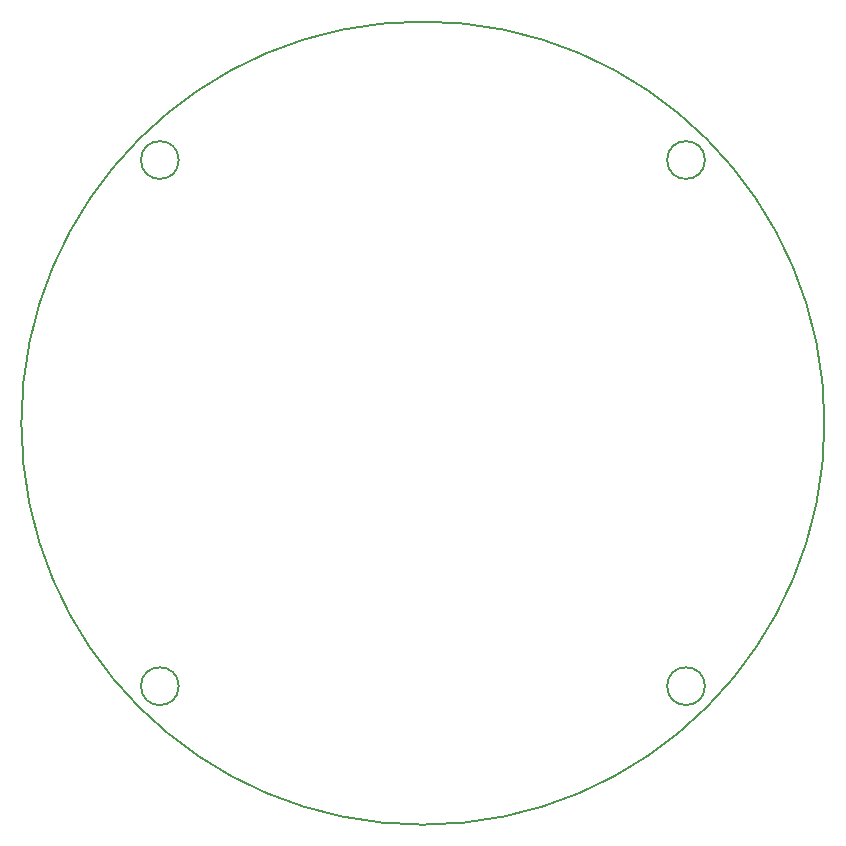
<source format=gbr>
%TF.GenerationSoftware,KiCad,Pcbnew,(6.0.5)*%
%TF.CreationDate,2023-03-02T23:20:37+09:00*%
%TF.ProjectId,line_Inergrate,6c696e65-5f49-46e6-9572-67726174652e,rev?*%
%TF.SameCoordinates,Original*%
%TF.FileFunction,Profile,NP*%
%FSLAX46Y46*%
G04 Gerber Fmt 4.6, Leading zero omitted, Abs format (unit mm)*
G04 Created by KiCad (PCBNEW (6.0.5)) date 2023-03-02 23:20:37*
%MOMM*%
%LPD*%
G01*
G04 APERTURE LIST*
%TA.AperFunction,Profile*%
%ADD10C,0.200000*%
%TD*%
G04 APERTURE END LIST*
D10*
X125376136Y-123873864D02*
G75*
G03*
X125376136Y-123873864I-1600000J0D01*
G01*
X125376136Y-79326136D02*
G75*
G03*
X125376136Y-79326136I-1600000J0D01*
G01*
X169923864Y-79326136D02*
G75*
G03*
X169923864Y-79326136I-1600000J0D01*
G01*
X180050000Y-101600000D02*
G75*
G03*
X180050000Y-101600000I-34000000J0D01*
G01*
X169923864Y-123873864D02*
G75*
G03*
X169923864Y-123873864I-1600000J0D01*
G01*
M02*

</source>
